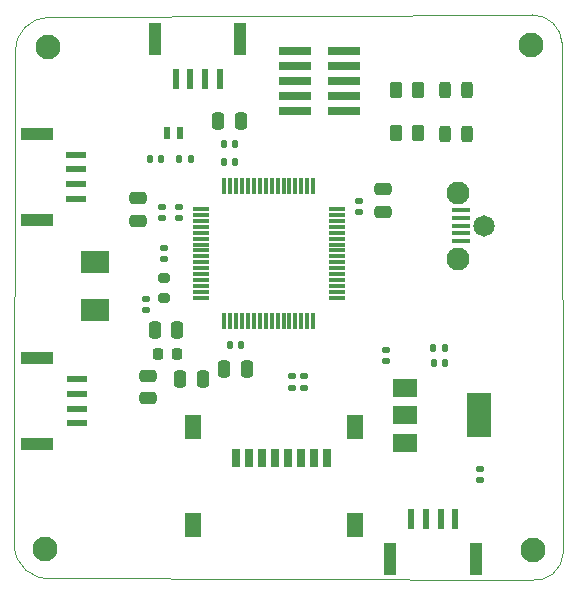
<source format=gbr>
%TF.GenerationSoftware,KiCad,Pcbnew,(6.0.7)*%
%TF.CreationDate,2022-11-05T01:20:28+05:30*%
%TF.ProjectId,Interface_PCB,496e7465-7266-4616-9365-5f5043422e6b,rev?*%
%TF.SameCoordinates,Original*%
%TF.FileFunction,Soldermask,Top*%
%TF.FilePolarity,Negative*%
%FSLAX46Y46*%
G04 Gerber Fmt 4.6, Leading zero omitted, Abs format (unit mm)*
G04 Created by KiCad (PCBNEW (6.0.7)) date 2022-11-05 01:20:28*
%MOMM*%
%LPD*%
G01*
G04 APERTURE LIST*
G04 Aperture macros list*
%AMRoundRect*
0 Rectangle with rounded corners*
0 $1 Rounding radius*
0 $2 $3 $4 $5 $6 $7 $8 $9 X,Y pos of 4 corners*
0 Add a 4 corners polygon primitive as box body*
4,1,4,$2,$3,$4,$5,$6,$7,$8,$9,$2,$3,0*
0 Add four circle primitives for the rounded corners*
1,1,$1+$1,$2,$3*
1,1,$1+$1,$4,$5*
1,1,$1+$1,$6,$7*
1,1,$1+$1,$8,$9*
0 Add four rect primitives between the rounded corners*
20,1,$1+$1,$2,$3,$4,$5,0*
20,1,$1+$1,$4,$5,$6,$7,0*
20,1,$1+$1,$6,$7,$8,$9,0*
20,1,$1+$1,$8,$9,$2,$3,0*%
G04 Aperture macros list end*
%TA.AperFunction,Profile*%
%ADD10C,0.100000*%
%TD*%
%ADD11RoundRect,0.218750X-0.218750X-0.256250X0.218750X-0.256250X0.218750X0.256250X-0.218750X0.256250X0*%
%ADD12R,1.475000X0.300000*%
%ADD13R,0.300000X1.475000*%
%ADD14R,1.700000X0.600000*%
%ADD15R,2.800000X1.000000*%
%ADD16RoundRect,0.250000X-0.250000X-0.475000X0.250000X-0.475000X0.250000X0.475000X-0.250000X0.475000X0*%
%ADD17RoundRect,0.250000X0.250000X0.475000X-0.250000X0.475000X-0.250000X-0.475000X0.250000X-0.475000X0*%
%ADD18C,2.100000*%
%ADD19RoundRect,0.140000X-0.140000X-0.170000X0.140000X-0.170000X0.140000X0.170000X-0.140000X0.170000X0*%
%ADD20RoundRect,0.250000X-0.475000X0.250000X-0.475000X-0.250000X0.475000X-0.250000X0.475000X0.250000X0*%
%ADD21R,0.800000X1.500000*%
%ADD22R,1.450000X2.000000*%
%ADD23RoundRect,0.140000X-0.170000X0.140000X-0.170000X-0.140000X0.170000X-0.140000X0.170000X0.140000X0*%
%ADD24R,2.400000X1.900000*%
%ADD25RoundRect,0.200000X-0.275000X0.200000X-0.275000X-0.200000X0.275000X-0.200000X0.275000X0.200000X0*%
%ADD26RoundRect,0.250000X-0.262500X-0.450000X0.262500X-0.450000X0.262500X0.450000X-0.262500X0.450000X0*%
%ADD27RoundRect,0.140000X0.140000X0.170000X-0.140000X0.170000X-0.140000X-0.170000X0.140000X-0.170000X0*%
%ADD28R,0.500000X1.000000*%
%ADD29RoundRect,0.135000X-0.185000X0.135000X-0.185000X-0.135000X0.185000X-0.135000X0.185000X0.135000X0*%
%ADD30RoundRect,0.243750X0.243750X0.456250X-0.243750X0.456250X-0.243750X-0.456250X0.243750X-0.456250X0*%
%ADD31R,0.600000X1.700000*%
%ADD32R,1.000000X2.800000*%
%ADD33R,2.000000X1.500000*%
%ADD34R,2.000000X3.800000*%
%ADD35RoundRect,0.147500X-0.147500X-0.172500X0.147500X-0.172500X0.147500X0.172500X-0.147500X0.172500X0*%
%ADD36R,2.790000X0.740000*%
%ADD37R,1.500000X0.450000*%
%ADD38C,1.950000*%
%ADD39C,1.815000*%
G04 APERTURE END LIST*
D10*
X117094000Y-83007162D02*
G75*
G03*
X114147600Y-86004400I-400J-2946438D01*
G01*
X117246400Y-130530600D02*
X157748260Y-130697260D01*
X160477221Y-85216999D02*
G75*
G03*
X157962600Y-82829400I-2514621J-130401D01*
G01*
X157748256Y-130697285D02*
G75*
G03*
X160578800Y-128371600I379644J2423285D01*
G01*
X114096800Y-127736600D02*
X114147600Y-86004400D01*
X117094000Y-83007200D02*
X157962600Y-82829400D01*
X160477200Y-85217000D02*
X160578800Y-128371600D01*
X114096788Y-127736600D02*
G75*
G03*
X117246400Y-130530600I2834212J22700D01*
G01*
D11*
%TO.C,LMS1*%
X126263300Y-111506000D03*
X127838300Y-111506000D03*
%TD*%
D12*
%TO.C,IC1*%
X129898000Y-99272400D03*
X129898000Y-99772400D03*
X129898000Y-100272400D03*
X129898000Y-100772400D03*
X129898000Y-101272400D03*
X129898000Y-101772400D03*
X129898000Y-102272400D03*
X129898000Y-102772400D03*
X129898000Y-103272400D03*
X129898000Y-103772400D03*
X129898000Y-104272400D03*
X129898000Y-104772400D03*
X129898000Y-105272400D03*
X129898000Y-105772400D03*
X129898000Y-106272400D03*
X129898000Y-106772400D03*
D13*
X131886000Y-108760400D03*
X132386000Y-108760400D03*
X132886000Y-108760400D03*
X133386000Y-108760400D03*
X133886000Y-108760400D03*
X134386000Y-108760400D03*
X134886000Y-108760400D03*
X135386000Y-108760400D03*
X135886000Y-108760400D03*
X136386000Y-108760400D03*
X136886000Y-108760400D03*
X137386000Y-108760400D03*
X137886000Y-108760400D03*
X138386000Y-108760400D03*
X138886000Y-108760400D03*
X139386000Y-108760400D03*
D12*
X141374000Y-106772400D03*
X141374000Y-106272400D03*
X141374000Y-105772400D03*
X141374000Y-105272400D03*
X141374000Y-104772400D03*
X141374000Y-104272400D03*
X141374000Y-103772400D03*
X141374000Y-103272400D03*
X141374000Y-102772400D03*
X141374000Y-102272400D03*
X141374000Y-101772400D03*
X141374000Y-101272400D03*
X141374000Y-100772400D03*
X141374000Y-100272400D03*
X141374000Y-99772400D03*
X141374000Y-99272400D03*
D13*
X139386000Y-97284400D03*
X138886000Y-97284400D03*
X138386000Y-97284400D03*
X137886000Y-97284400D03*
X137386000Y-97284400D03*
X136886000Y-97284400D03*
X136386000Y-97284400D03*
X135886000Y-97284400D03*
X135386000Y-97284400D03*
X134886000Y-97284400D03*
X134386000Y-97284400D03*
X133886000Y-97284400D03*
X133386000Y-97284400D03*
X132886000Y-97284400D03*
X132386000Y-97284400D03*
X131886000Y-97284400D03*
%TD*%
D14*
%TO.C,I2C2*%
X119395400Y-117418600D03*
X119395400Y-116168600D03*
X119395400Y-114918600D03*
X119395400Y-113668600D03*
D15*
X116045400Y-119168600D03*
X116045400Y-111918600D03*
%TD*%
D16*
%TO.C,CB3*%
X131355600Y-91793600D03*
X133255600Y-91793600D03*
%TD*%
D17*
%TO.C,CB2*%
X133755600Y-112793600D03*
X131855600Y-112793600D03*
%TD*%
D18*
%TO.C,H2*%
X116679909Y-128042414D03*
%TD*%
D19*
%TO.C,CD6*%
X131825600Y-93793600D03*
X132785600Y-93793600D03*
%TD*%
D16*
%TO.C,CMS1*%
X128132800Y-113690400D03*
X130032800Y-113690400D03*
%TD*%
D20*
%TO.C,CMS2*%
X125374400Y-113400800D03*
X125374400Y-115300800D03*
%TD*%
D21*
%TO.C,SPI*%
X132855600Y-120343600D03*
X133955600Y-120343600D03*
X135055600Y-120343600D03*
X136155600Y-120343600D03*
X137255600Y-120343600D03*
X138355600Y-120343600D03*
X139455600Y-120343600D03*
X140555600Y-120343600D03*
D22*
X129180600Y-117743600D03*
X142930600Y-117743600D03*
X129180600Y-126043600D03*
X142930600Y-126043600D03*
%TD*%
D23*
%TO.C,CR2*%
X153543000Y-121287600D03*
X153543000Y-122247600D03*
%TD*%
D24*
%TO.C,Y2*%
X120954800Y-107841000D03*
X120954800Y-103741000D03*
%TD*%
D25*
%TO.C,RExt1*%
X126805600Y-105118400D03*
X126805600Y-106768400D03*
%TD*%
D17*
%TO.C,CMS3*%
X127873800Y-109524800D03*
X125973800Y-109524800D03*
%TD*%
D26*
%TO.C,R2*%
X146432900Y-89179400D03*
X148257900Y-89179400D03*
%TD*%
D18*
%TO.C,H3*%
X116941600Y-85572600D03*
%TD*%
D19*
%TO.C,Cl1*%
X125575600Y-95043600D03*
X126535600Y-95043600D03*
%TD*%
D20*
%TO.C,CB1*%
X124555600Y-98343600D03*
X124555600Y-100243600D03*
%TD*%
D27*
%TO.C,Cl2*%
X129035600Y-95043600D03*
X128075600Y-95043600D03*
%TD*%
D28*
%TO.C,Y1*%
X127005600Y-92793600D03*
X128105600Y-92793600D03*
%TD*%
D26*
%TO.C,R1*%
X146407500Y-92811600D03*
X148232500Y-92811600D03*
%TD*%
D23*
%TO.C,CR1*%
X145542000Y-111203800D03*
X145542000Y-112163800D03*
%TD*%
D29*
%TO.C,RSPI1*%
X137591800Y-113434400D03*
X137591800Y-114454400D03*
%TD*%
D30*
%TO.C,D2*%
X152448500Y-89179400D03*
X150573500Y-89179400D03*
%TD*%
D23*
%TO.C,Cl4*%
X126805600Y-102563600D03*
X126805600Y-103523600D03*
%TD*%
%TO.C,CD3*%
X143305600Y-98563600D03*
X143305600Y-99523600D03*
%TD*%
%TO.C,Cl3*%
X125222000Y-106857800D03*
X125222000Y-107817800D03*
%TD*%
D18*
%TO.C,H1*%
X157810200Y-85369400D03*
%TD*%
D23*
%TO.C,CD5*%
X126555600Y-99063600D03*
X126555600Y-100023600D03*
%TD*%
D14*
%TO.C,USART2*%
X119327600Y-98418600D03*
X119327600Y-97168600D03*
X119327600Y-95918600D03*
X119327600Y-94668600D03*
D15*
X115977600Y-100168600D03*
X115977600Y-92918600D03*
%TD*%
D31*
%TO.C,I2C1*%
X151430600Y-125521600D03*
X150180600Y-125521600D03*
X148930600Y-125521600D03*
X147680600Y-125521600D03*
D32*
X153180600Y-128871600D03*
X145930600Y-128871600D03*
%TD*%
D29*
%TO.C,RSPI2*%
X138633200Y-113434400D03*
X138633200Y-114454400D03*
%TD*%
D19*
%TO.C,CD2*%
X131825600Y-95293600D03*
X132785600Y-95293600D03*
%TD*%
D31*
%TO.C,USART1*%
X127741200Y-88255000D03*
X128991200Y-88255000D03*
X130241200Y-88255000D03*
X131491200Y-88255000D03*
D32*
X125991200Y-84905000D03*
X133241200Y-84905000D03*
%TD*%
D23*
%TO.C,CD1*%
X128055600Y-99063600D03*
X128055600Y-100023600D03*
%TD*%
D30*
%TO.C,D1*%
X152397700Y-92887800D03*
X150522700Y-92887800D03*
%TD*%
D33*
%TO.C,U1*%
X147141800Y-114438400D03*
D34*
X153441800Y-116738400D03*
D33*
X147141800Y-116738400D03*
X147141800Y-119038400D03*
%TD*%
D27*
%TO.C,CD4*%
X133285600Y-110793600D03*
X132325600Y-110793600D03*
%TD*%
D35*
%TO.C,LR1*%
X149578200Y-111023400D03*
X150548200Y-111023400D03*
%TD*%
D18*
%TO.C,H4*%
X157980309Y-128144014D03*
%TD*%
D20*
%TO.C,CB4*%
X145305600Y-97593600D03*
X145305600Y-99493600D03*
%TD*%
D36*
%TO.C,JTAG*%
X141967900Y-90982800D03*
X137897900Y-90982800D03*
X141967900Y-89712800D03*
X137897900Y-89712800D03*
X141967900Y-88442800D03*
X137897900Y-88442800D03*
X141967900Y-87172800D03*
X137897900Y-87172800D03*
X141967900Y-85902800D03*
X137897900Y-85902800D03*
%TD*%
D37*
%TO.C,USB*%
X151929400Y-101985600D03*
X151929400Y-101335600D03*
X151929400Y-100685600D03*
X151929400Y-100035600D03*
X151929400Y-99385600D03*
D38*
X151679400Y-103485600D03*
X151679400Y-97885600D03*
D39*
X153828400Y-100685600D03*
%TD*%
D27*
%TO.C,CR3*%
X150568600Y-112318800D03*
X149608600Y-112318800D03*
%TD*%
M02*

</source>
